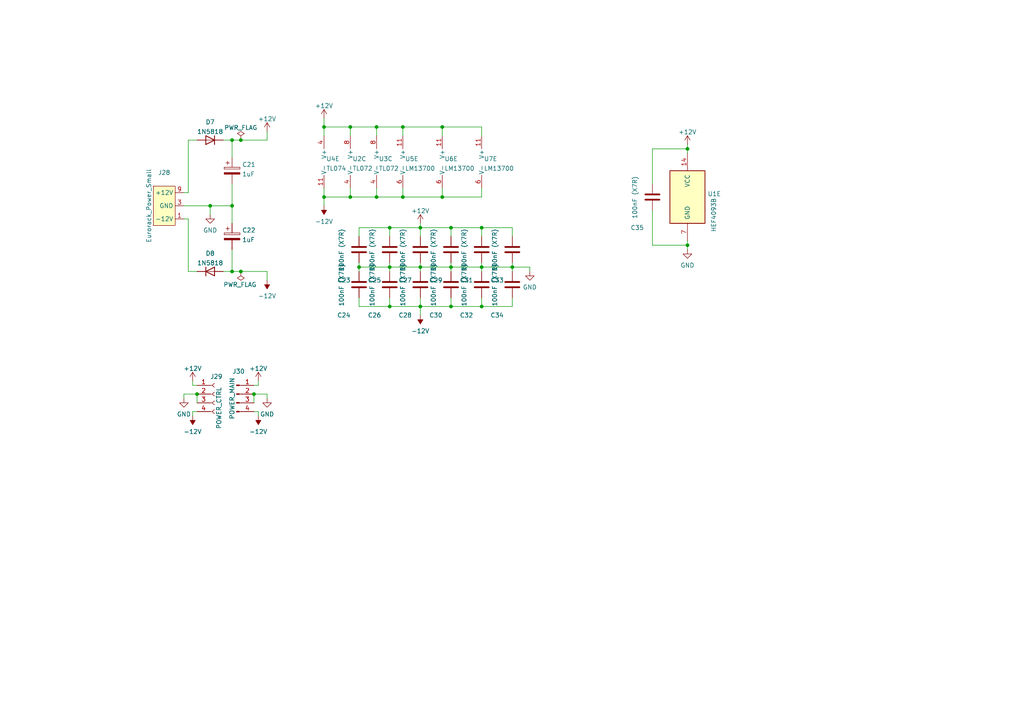
<source format=kicad_sch>
(kicad_sch (version 20211123) (generator eeschema)
  (paper "A4")
  (lib_symbols
    (symbol "4xxx:HEF4093B" (pin_names (offset 1.016))
      (property "Reference" "U" (at 0 1.27 0))
      (property "Value" "HEF4093B" (at 0 -1.27 0))
      (symbol "HEF4093B_1_0"
        (polyline (pts (xy -0.635 -1.27) (xy -0.635 1.27) (xy 0.635 1.27)))
        (polyline (pts (xy -0.635 -1.27) (xy -0.635 1.27) (xy 0.635 1.27)))
        (polyline (pts (xy -1.27 -1.27) (xy 0.635 -1.27) (xy 0.635 1.27) (xy 1.27 1.27)))
        (polyline (pts (xy -1.27 -1.27) (xy 0.635 -1.27) (xy 0.635 1.27) (xy 1.27 1.27)))
      )
      (symbol "HEF4093B_1_1"
        (arc (start 0 -3.81) (mid 3.81 0) (end 0 3.81) (stroke (width 0.254)) (fill (type background)))
        (polyline (pts (xy 0 3.81) (xy -3.81 3.81) (xy -3.81 -3.81) (xy 0 -3.81)) (stroke (width 0.254)) (fill (type background)))
        (pin input line (at -7.62 2.54 0) (length 3.81) (name "~") (number "1"))
        (pin input line (at -7.62 -2.54 0) (length 3.81) (name "~") (number "2"))
        (pin output inverted (at 7.62 0 180) (length 3.81) (name "~") (number "3"))
      )
      (symbol "HEF4093B_1_2"
        (arc (start -3.81 -3.81) (mid -2.589 0) (end -3.81 3.81) (stroke (width 0.254)))
        (arc (start -0.6096 -3.81) (mid 2.1855 -2.584) (end 3.81 0) (stroke (width 0.254)) (fill (type background)))
        (polyline (pts (xy -3.81 -3.81) (xy -0.635 -3.81)) (stroke (width 0.254)) (fill (type background)))
        (polyline (pts (xy -3.81 3.81) (xy -0.635 3.81)) (stroke (width 0.254)) (fill (type background)))
        (polyline (pts (xy -0.635 3.81) (xy -3.81 3.81) (xy -3.81 3.81) (xy -3.556 3.4036) (xy -3.0226 2.2606) (xy -2.6924 1.0414) (xy -2.6162 -0.254) (xy -2.7686 -1.4986) (xy -3.175 -2.7178) (xy -3.81 -3.81) (xy -3.81 -3.81) (xy -0.635 -3.81)) (stroke (width -25.4)) (fill (type background)))
        (arc (start 3.81 0) (mid 2.1928 2.5925) (end -0.6096 3.81) (stroke (width 0.254)) (fill (type background)))
        (pin input inverted (at -7.62 2.54 0) (length 4.318) (name "~") (number "1"))
        (pin input inverted (at -7.62 -2.54 0) (length 4.318) (name "~") (number "2"))
        (pin output line (at 7.62 0 180) (length 3.81) (name "~") (number "3"))
      )
      (symbol "HEF4093B_2_0"
        (polyline (pts (xy -0.635 -1.27) (xy -0.635 1.27) (xy 0.635 1.27)))
        (polyline (pts (xy -0.635 -1.27) (xy -0.635 1.27) (xy 0.635 1.27)))
        (polyline (pts (xy -1.27 -1.27) (xy 0.635 -1.27) (xy 0.635 1.27) (xy 1.27 1.27)))
        (polyline (pts (xy -1.27 -1.27) (xy 0.635 -1.27) (xy 0.635 1.27) (xy 1.27 1.27)))
      )
      (symbol "HEF4093B_2_1"
        (arc (start 0 -3.81) (mid 3.81 0) (end 0 3.81) (stroke (width 0.254)) (fill (type background)))
        (polyline (pts (xy 0 3.81) (xy -3.81 3.81) (xy -3.81 -3.81) (xy 0 -3.81)) (stroke (width 0.254)) (fill (type background)))
        (pin output inverted (at 7.62 0 180) (length 3.81) (name "~") (number "4"))
        (pin input line (at -7.62 2.54 0) (length 3.81) (name "~") (number "5"))
        (pin input line (at -7.62 -2.54 0) (length 3.81) (name "~") (number "6"))
      )
      (symbol "HEF4093B_2_2"
        (arc (start -3.81 -3.81) (mid -2.589 0) (end -3.81 3.81) (stroke (width 0.254)))
        (arc (start -0.6096 -3.81) (mid 2.1855 -2.584) (end 3.81 0) (stroke (width 0.254)) (fill (type background)))
        (polyline (pts (xy -3.81 -3.81) (xy -0.635 -3.81)) (stroke (width 0.254)) (fill (type background)))
        (polyline (pts (xy -3.81 3.81) (xy -0.635 3.81)) (stroke (width 0.254)) (fill (type background)))
        (polyline (pts (xy -0.635 3.81) (xy -3.81 3.81) (xy -3.81 3.81) (xy -3.556 3.4036) (xy -3.0226 2.2606) (xy -2.6924 1.0414) (xy -2.6162 -0.254) (xy -2.7686 -1.4986) (xy -3.175 -2.7178) (xy -3.81 -3.81) (xy -3.81 -3.81) (xy -0.635 -3.81)) (stroke (width -25.4)) (fill (type background)))
        (arc (start 3.81 0) (mid 2.1928 2.5925) (end -0.6096 3.81) (stroke (width 0.254)) (fill (type background)))
        (pin output line (at 7.62 0 180) (length 3.81) (name "~") (number "4"))
        (pin input inverted (at -7.62 2.54 0) (length 4.318) (name "~") (number "5"))
        (pin input inverted (at -7.62 -2.54 0) (length 4.318) (name "~") (number "6"))
      )
      (symbol "HEF4093B_3_0"
        (polyline (pts (xy -0.635 -1.27) (xy -0.635 1.27) (xy 0.635 1.27)))
        (polyline (pts (xy -0.635 -1.27) (xy -0.635 1.27) (xy 0.635 1.27)))
        (polyline (pts (xy -1.27 -1.27) (xy 0.635 -1.27) (xy 0.635 1.27) (xy 1.27 1.27)))
        (polyline (pts (xy -1.27 -1.27) (xy 0.635 -1.27) (xy 0.635 1.27) (xy 1.27 1.27)))
      )
      (symbol "HEF4093B_3_1"
        (arc (start 0 -3.81) (mid 3.81 0) (end 0 3.81) (stroke (width 0.254)) (fill (type background)))
        (polyline (pts (xy 0 3.81) (xy -3.81 3.81) (xy -3.81 -3.81) (xy 0 -3.81)) (stroke (width 0.254)) (fill (type background)))
        (pin output inverted (at 7.62 0 180) (length 3.81) (name "~") (number "10"))
        (pin input line (at -7.62 2.54 0) (length 3.81) (name "~") (number "8"))
        (pin input line (at -7.62 -2.54 0) (length 3.81) (name "~") (number "9"))
      )
      (symbol "HEF4093B_3_2"
        (arc (start -3.81 -3.81) (mid -2.589 0) (end -3.81 3.81) (stroke (width 0.254)))
        (arc (start -0.6096 -3.81) (mid 2.1855 -2.584) (end 3.81 0) (stroke (width 0.254)) (fill (type background)))
        (polyline (pts (xy -3.81 -3.81) (xy -0.635 -3.81)) (stroke (width 0.254)) (fill (type background)))
        (polyline (pts (xy -3.81 3.81) (xy -0.635 3.81)) (stroke (width 0.254)) (fill (type background)))
        (polyline (pts (xy -0.635 3.81) (xy -3.81 3.81) (xy -3.81 3.81) (xy -3.556 3.4036) (xy -3.0226 2.2606) (xy -2.6924 1.0414) (xy -2.6162 -0.254) (xy -2.7686 -1.4986) (xy -3.175 -2.7178) (xy -3.81 -3.81) (xy -3.81 -3.81) (xy -0.635 -3.81)) (stroke (width -25.4)) (fill (type background)))
        (arc (start 3.81 0) (mid 2.1928 2.5925) (end -0.6096 3.81) (stroke (width 0.254)) (fill (type background)))
        (pin output line (at 7.62 0 180) (length 3.81) (name "~") (number "10"))
        (pin input inverted (at -7.62 2.54 0) (length 4.318) (name "~") (number "8"))
        (pin input inverted (at -7.62 -2.54 0) (length 4.318) (name "~") (number "9"))
      )
      (symbol "HEF4093B_4_0"
        (polyline (pts (xy -0.635 -1.27) (xy -0.635 1.27) (xy 0.635 1.27)))
        (polyline (pts (xy -0.635 -1.27) (xy -0.635 1.27) (xy 0.635 1.27)))
        (polyline (pts (xy -1.27 -1.27) (xy 0.635 -1.27) (xy 0.635 1.27) (xy 1.27 1.27)))
        (polyline (pts (xy -1.27 -1.27) (xy 0.635 -1.27) (xy 0.635 1.27) (xy 1.27 1.27)))
      )
      (symbol "HEF4093B_4_1"
        (arc (start 0 -3.81) (mid 3.81 0) (end 0 3.81) (stroke (width 0.254)) (fill (type background)))
        (polyline (pts (xy 0 3.81) (xy -3.81 3.81) (xy -3.81 -3.81) (xy 0 -3.81)) (stroke (width 0.254)) (fill (type background)))
        (pin output inverted (at 7.62 0 180) (length 3.81) (name "~") (number "11"))
        (pin input line (at -7.62 2.54 0) (length 3.81) (name "~") (number "12"))
        (pin input line (at -7.62 -2.54 0) (length 3.81) (name "~") (number "13"))
      )
      (symbol "HEF4093B_4_2"
        (arc (start -3.81 -3.81) (mid -2.589 0) (end -3.81 3.81) (stroke (width 0.254)))
        (arc (start -0.6096 -3.81) (mid 2.1855 -2.584) (end 3.81 0) (stroke (width 0.254)) (fill (type background)))
        (polyline (pts (xy -3.81 -3.81) (xy -0.635 -3.81)) (stroke (width 0.254)) (fill (type background)))
        (polyline (pts (xy -3.81 3.81) (xy -0.635 3.81)) (stroke (width 0.254)) (fill (type background)))
        (polyline (pts (xy -0.635 3.81) (xy -3.81 3.81) (xy -3.81 3.81) (xy -3.556 3.4036) (xy -3.0226 2.2606) (xy -2.6924 1.0414) (xy -2.6162 -0.254) (xy -2.7686 -1.4986) (xy -3.175 -2.7178) (xy -3.81 -3.81) (xy -3.81 -3.81) (xy -0.635 -3.81)) (stroke (width -25.4)) (fill (type background)))
        (arc (start 3.81 0) (mid 2.1928 2.5925) (end -0.6096 3.81) (stroke (width 0.254)) (fill (type background)))
        (pin output line (at 7.62 0 180) (length 3.81) (name "~") (number "11"))
        (pin input inverted (at -7.62 2.54 0) (length 4.318) (name "~") (number "12"))
        (pin input inverted (at -7.62 -2.54 0) (length 4.318) (name "~") (number "13"))
      )
      (symbol "HEF4093B_5_0"
        (pin power_in line (at 0 12.7 270) (length 5.08) (name "VCC") (number "14"))
        (pin power_in line (at 0 -12.7 90) (length 5.08) (name "GND") (number "7"))
      )
      (symbol "HEF4093B_5_1"
        (rectangle (start -5.08 7.62) (end 5.08 -7.62) (stroke (width 0.254)) (fill (type background)))
      )
    )
    (symbol "Amplifier_Operational:LM13700" (pin_names (offset 0.127))
      (property "Reference" "U" (at 3.81 5.08 0))
      (property "Value" "LM13700" (at 5.08 -5.08 0))
      (symbol "LM13700_1_1"
        (polyline (pts (xy 3.81 -0.635) (xy 3.81 -2.54) (xy 5.08 -2.54)))
        (polyline (pts (xy 5.08 0) (xy -5.08 -5.08) (xy -5.08 5.08) (xy 5.08 0)) (stroke (width 0.254)) (fill (type background)))
        (pin output line (at 7.62 0 180) (length 2.54) (name "~") (number "12"))
        (pin input line (at -7.62 2.54 0) (length 2.54) (name "-") (number "13"))
        (pin input line (at -7.62 -2.54 0) (length 2.54) (name "+") (number "14"))
        (pin input line (at -7.62 0 0) (length 2.54) (name "DIODE_BIAS") (number "15"))
        (pin input line (at 7.62 -2.54 180) (length 2.54) (name "~") (number "16"))
      )
      (symbol "LM13700_2_0"
        (polyline (pts (xy -1.905 2.54) (xy -3.175 2.54)))
      )
      (symbol "LM13700_2_1"
        (circle (center -2.54 1.905) (radius 0.254) (stroke (width 0.254)) (fill (type outline)))
        (polyline (pts (xy -3.81 -0.635) (xy -2.54 -1.27)))
        (polyline (pts (xy -3.81 1.27) (xy -3.81 -1.27)))
        (polyline (pts (xy -2.54 -1.905) (xy -1.27 -2.54)))
        (polyline (pts (xy -2.54 0) (xy -2.54 -2.54)))
        (polyline (pts (xy -3.81 0.635) (xy -2.54 1.27) (xy -2.54 1.905) (xy -2.54 2.54)))
        (polyline (pts (xy -2.54 -1.27) (xy -3.175 -0.635) (xy -3.175 -1.27) (xy -2.54 -1.27)) (fill (type outline)))
        (polyline (pts (xy -2.54 -0.635) (xy -1.27 0) (xy -1.27 1.905) (xy -2.54 1.905)))
        (polyline (pts (xy -1.27 -2.54) (xy -1.905 -1.905) (xy -1.905 -2.54) (xy -1.27 -2.54)) (fill (type outline)))
        (text "V+" (at -2.54 3.81 0) (effects (font (size 1.27 1.27))))
        (pin input line (at -7.62 0 0) (length 3.81) (name "~") (number "10"))
        (pin output line (at 2.54 -2.54 180) (length 3.81) (name "~") (number "9"))
      )
      (symbol "LM13700_3_1"
        (polyline (pts (xy 3.81 -0.635) (xy 3.81 -2.54) (xy 5.08 -2.54)))
        (polyline (pts (xy 5.08 0) (xy -5.08 -5.08) (xy -5.08 5.08) (xy 5.08 0)) (stroke (width 0.254)) (fill (type background)))
        (pin input line (at 7.62 -2.54 180) (length 2.54) (name "~") (number "1"))
        (pin input line (at -7.62 0 0) (length 2.54) (name "DIODE_BIAS") (number "2"))
        (pin input line (at -7.62 -2.54 0) (length 2.54) (name "+") (number "3"))
        (pin input line (at -7.62 2.54 0) (length 2.54) (name "-") (number "4"))
        (pin output line (at 7.62 0 180) (length 2.54) (name "~") (number "5"))
      )
      (symbol "LM13700_4_0"
        (polyline (pts (xy -3.175 2.54) (xy -1.905 2.54)))
        (text "V+" (at -2.54 3.81 0) (effects (font (size 1.27 1.27))))
      )
      (symbol "LM13700_4_1"
        (circle (center -2.54 1.905) (radius 0.254) (stroke (width 0.254)) (fill (type outline)))
        (polyline (pts (xy -3.81 -0.635) (xy -2.54 -1.27)))
        (polyline (pts (xy -3.81 1.27) (xy -3.81 -1.27)))
        (polyline (pts (xy -2.54 -1.905) (xy -1.27 -2.54)))
        (polyline (pts (xy -2.54 0) (xy -2.54 -2.54)))
        (polyline (pts (xy -3.81 0.635) (xy -2.54 1.27) (xy -2.54 2.54)))
        (polyline (pts (xy -2.54 -1.27) (xy -3.175 -0.635) (xy -3.175 -1.27) (xy -2.54 -1.27)) (fill (type outline)))
        (polyline (pts (xy -2.54 -0.635) (xy -1.27 0) (xy -1.27 1.905) (xy -2.54 1.905)))
        (polyline (pts (xy -1.27 -2.54) (xy -1.905 -1.905) (xy -1.905 -2.54) (xy -1.27 -2.54)) (fill (type outline)))
        (pin input line (at -7.62 0 0) (length 3.81) (name "~") (number "7"))
        (pin output line (at 2.54 -2.54 180) (length 3.81) (name "~") (number "8"))
      )
      (symbol "LM13700_5_1"
        (pin power_in line (at -2.54 7.62 270) (length 3.81) (name "V+") (number "11"))
        (pin power_in line (at -2.54 -7.62 90) (length 3.81) (name "V-") (number "6"))
      )
    )
    (symbol "Amplifier_Operational:TL072" (pin_names (offset 0.127))
      (property "Reference" "U" (at 0 5.08 0))
      (property "Value" "TL072" (at 0 -5.08 0))
      (symbol "TL072_1_1"
        (polyline (pts (xy -5.08 5.08) (xy 5.08 0) (xy -5.08 -5.08) (xy -5.08 5.08)) (stroke (width 0.254)) (fill (type background)))
        (pin output line (at 7.62 0 180) (length 2.54) (name "~") (number "1"))
        (pin input line (at -7.62 -2.54 0) (length 2.54) (name "-") (number "2"))
        (pin input line (at -7.62 2.54 0) (length 2.54) (name "+") (number "3"))
      )
      (symbol "TL072_2_1"
        (polyline (pts (xy -5.08 5.08) (xy 5.08 0) (xy -5.08 -5.08) (xy -5.08 5.08)) (stroke (width 0.254)) (fill (type background)))
        (pin input line (at -7.62 2.54 0) (length 2.54) (name "+") (number "5"))
        (pin input line (at -7.62 -2.54 0) (length 2.54) (name "-") (number "6"))
        (pin output line (at 7.62 0 180) (length 2.54) (name "~") (number "7"))
      )
      (symbol "TL072_3_1"
        (pin power_in line (at -2.54 -7.62 90) (length 3.81) (name "V-") (number "4"))
        (pin power_in line (at -2.54 7.62 270) (length 3.81) (name "V+") (number "8"))
      )
    )
    (symbol "Amplifier_Operational:TL074" (pin_names (offset 0.127))
      (property "Reference" "U" (at 0 5.08 0))
      (property "Value" "TL074" (at 0 -5.08 0))
      (symbol "TL074_1_1"
        (polyline (pts (xy -5.08 5.08) (xy 5.08 0) (xy -5.08 -5.08) (xy -5.08 5.08)) (stroke (width 0.254)) (fill (type background)))
        (pin output line (at 7.62 0 180) (length 2.54) (name "~") (number "1"))
        (pin input line (at -7.62 -2.54 0) (length 2.54) (name "-") (number "2"))
        (pin input line (at -7.62 2.54 0) (length 2.54) (name "+") (number "3"))
      )
      (symbol "TL074_2_1"
        (polyline (pts (xy -5.08 5.08) (xy 5.08 0) (xy -5.08 -5.08) (xy -5.08 5.08)) (stroke (width 0.254)) (fill (type background)))
        (pin input line (at -7.62 2.54 0) (length 2.54) (name "+") (number "5"))
        (pin input line (at -7.62 -2.54 0) (length 2.54) (name "-") (number "6"))
        (pin output line (at 7.62 0 180) (length 2.54) (name "~") (number "7"))
      )
      (symbol "TL074_3_1"
        (polyline (pts (xy -5.08 5.08) (xy 5.08 0) (xy -5.08 -5.08) (xy -5.08 5.08)) (stroke (width 0.254)) (fill (type background)))
        (pin input line (at -7.62 2.54 0) (length 2.54) (name "+") (number "10"))
        (pin output line (at 7.62 0 180) (length 2.54) (name "~") (number "8"))
        (pin input line (at -7.62 -2.54 0) (length 2.54) (name "-") (number "9"))
      )
      (symbol "TL074_4_1"
        (polyline (pts (xy -5.08 5.08) (xy 5.08 0) (xy -5.08 -5.08) (xy -5.08 5.08)) (stroke (width 0.254)) (fill (type background)))
        (pin input line (at -7.62 2.54 0) (length 2.54) (name "+") (number "12"))
        (pin input line (at -7.62 -2.54 0) (length 2.54) (name "-") (number "13"))
        (pin output line (at 7.62 0 180) (length 2.54) (name "~") (number "14"))
      )
      (symbol "TL074_5_1"
        (pin power_in line (at -2.54 -7.62 90) (length 3.81) (name "V-") (number "11"))
        (pin power_in line (at -2.54 7.62 270) (length 3.81) (name "V+") (number "4"))
      )
    )
    (symbol "Connector:Conn_01x04_Female" (pin_names (offset 1.016) hide)
      (property "Reference" "J" (at 0 5.08 0))
      (property "Value" "Conn_01x04_Female" (at 0 -7.62 0))
      (symbol "Conn_01x04_Female_1_1"
        (arc (start 0 -4.572) (mid -0.508 -5.08) (end 0 -5.588) (stroke (width 0.1524)))
        (arc (start 0 -2.032) (mid -0.508 -2.54) (end 0 -3.048) (stroke (width 0.1524)))
        (polyline (pts (xy -1.27 -5.08) (xy -0.508 -5.08)) (stroke (width 0.1524)))
        (polyline (pts (xy -1.27 -2.54) (xy -0.508 -2.54)) (stroke (width 0.1524)))
        (polyline (pts (xy -1.27 0) (xy -0.508 0)) (stroke (width 0.1524)))
        (polyline (pts (xy -1.27 2.54) (xy -0.508 2.54)) (stroke (width 0.1524)))
        (arc (start 0 0.508) (mid -0.508 0) (end 0 -0.508) (stroke (width 0.1524)))
        (arc (start 0 3.048) (mid -0.508 2.54) (end 0 2.032) (stroke (width 0.1524)))
        (pin passive line (at -5.08 2.54 0) (length 3.81) (name "Pin_1") (number "1"))
        (pin passive line (at -5.08 0 0) (length 3.81) (name "Pin_2") (number "2"))
        (pin passive line (at -5.08 -2.54 0) (length 3.81) (name "Pin_3") (number "3"))
        (pin passive line (at -5.08 -5.08 0) (length 3.81) (name "Pin_4") (number "4"))
      )
    )
    (symbol "Connector:Conn_01x04_Male" (pin_names (offset 1.016) hide)
      (property "Reference" "J" (at 0 5.08 0))
      (property "Value" "Conn_01x04_Male" (at 0 -7.62 0))
      (symbol "Conn_01x04_Male_1_1"
        (polyline (pts (xy 1.27 -5.08) (xy 0.8636 -5.08)) (stroke (width 0.1524)))
        (polyline (pts (xy 1.27 -2.54) (xy 0.8636 -2.54)) (stroke (width 0.1524)))
        (polyline (pts (xy 1.27 0) (xy 0.8636 0)) (stroke (width 0.1524)))
        (polyline (pts (xy 1.27 2.54) (xy 0.8636 2.54)) (stroke (width 0.1524)))
        (rectangle (start 0.8636 -4.953) (end 0 -5.207) (stroke (width 0.1524)) (fill (type outline)))
        (rectangle (start 0.8636 -2.413) (end 0 -2.667) (stroke (width 0.1524)) (fill (type outline)))
        (rectangle (start 0.8636 0.127) (end 0 -0.127) (stroke (width 0.1524)) (fill (type outline)))
        (rectangle (start 0.8636 2.667) (end 0 2.413) (stroke (width 0.1524)) (fill (type outline)))
        (pin passive line (at 5.08 2.54 180) (length 3.81) (name "Pin_1") (number "1"))
        (pin passive line (at 5.08 0 180) (length 3.81) (name "Pin_2") (number "2"))
        (pin passive line (at 5.08 -2.54 180) (length 3.81) (name "Pin_3") (number "3"))
        (pin passive line (at 5.08 -5.08 180) (length 3.81) (name "Pin_4") (number "4"))
      )
    )
    (symbol "Device:C" (pin_numbers hide) (pin_names (offset 0.254))
      (property "Reference" "C" (at 0.635 2.54 0))
      (property "Value" "C" (at 0.635 -2.54 0))
      (symbol "C_0_1"
        (polyline (pts (xy -2.032 -0.762) (xy 2.032 -0.762)) (stroke (width 0.508)))
        (polyline (pts (xy -2.032 0.762) (xy 2.032 0.762)) (stroke (width 0.508)))
      )
      (symbol "C_1_1"
        (pin passive line (at 0 3.81 270) (length 2.794) (name "~") (number "1"))
        (pin passive line (at 0 -3.81 90) (length 2.794) (name "~") (number "2"))
      )
    )
    (symbol "Device:C_Polarized" (pin_numbers hide) (pin_names (offset 0.254))
      (property "Reference" "C" (at 0.635 2.54 0))
      (property "Value" "C_Polarized" (at 0.635 -2.54 0))
      (symbol "C_Polarized_0_1"
        (rectangle (start -2.286 0.508) (end 2.286 1.016))
        (polyline (pts (xy -1.778 2.286) (xy -0.762 2.286)))
        (polyline (pts (xy -1.27 2.794) (xy -1.27 1.778)))
        (rectangle (start 2.286 -0.508) (end -2.286 -1.016) (fill (type outline)))
      )
      (symbol "C_Polarized_1_1"
        (pin passive line (at 0 3.81 270) (length 2.794) (name "~") (number "1"))
        (pin passive line (at 0 -3.81 90) (length 2.794) (name "~") (number "2"))
      )
    )
    (symbol "Device:D" (pin_numbers hide) (pin_names (offset 1.016) hide)
      (property "Reference" "D" (at 0 2.54 0))
      (property "Value" "D" (at 0 -2.54 0))
      (symbol "D_0_1"
        (polyline (pts (xy -1.27 1.27) (xy -1.27 -1.27)) (stroke (width 0.254)))
        (polyline (pts (xy 1.27 0) (xy -1.27 0)))
        (polyline (pts (xy 1.27 1.27) (xy 1.27 -1.27) (xy -1.27 0) (xy 1.27 1.27)) (stroke (width 0.254)))
      )
      (symbol "D_1_1"
        (pin passive line (at -3.81 0 0) (length 2.54) (name "K") (number "1"))
        (pin passive line (at 3.81 0 180) (length 2.54) (name "A") (number "2"))
      )
    )
    (symbol "Eurorack_Hardware:Eurorack_Power_Small"
      (property "Reference" "J" (at 0 6.985 0))
      (property "Value" "Eurorack_Power_Small" (at 0 -6.985 0))
      (symbol "Eurorack_Power_Small_0_1"
        (rectangle (start -2.54 5.715) (end 3.81 -5.715) (stroke (width 0.1524)) (fill (type background)))
      )
      (symbol "Eurorack_Power_Small_1_1"
        (pin power_out line (at 6.35 -3.81 180) (length 2.54) (name "-12V") (number "1"))
        (pin passive line (at 6.35 3.81 180) (length 2.54) hide (name "+12V") (number "10"))
        (pin passive line (at 6.35 -3.81 180) (length 2.54) hide (name "-12V") (number "2"))
        (pin power_out line (at 6.35 0 180) (length 2.54) (name "GND") (number "3"))
        (pin passive line (at 6.35 0 180) (length 2.54) hide (name "GND") (number "4"))
        (pin passive line (at 6.35 0 180) (length 2.54) hide (name "GND") (number "5"))
        (pin passive line (at 6.35 0 180) (length 2.54) hide (name "GND") (number "6"))
        (pin passive line (at 6.35 0 180) (length 2.54) hide (name "GND") (number "7"))
        (pin passive line (at 6.35 0 180) (length 2.54) hide (name "GND") (number "8"))
        (pin power_out line (at 6.35 3.81 180) (length 2.54) (name "+12V") (number "9"))
      )
    )
    (symbol "power:+12V" (power) (pin_names (offset 0))
      (property "Value" "+12V" (at 0 3.556 0))
      (symbol "+12V_0_1"
        (polyline (pts (xy -0.762 1.27) (xy 0 2.54)))
        (polyline (pts (xy 0 0) (xy 0 2.54)))
        (polyline (pts (xy 0 2.54) (xy 0.762 1.27)))
      )
      (symbol "+12V_1_1"
        (pin power_in line (at 0 0 90) (length 0) hide (name "+12V") (number "1"))
      )
    )
    (symbol "power:-12V" (power) (pin_names (offset 0))
      (property "Value" "-12V" (at 0 3.81 0))
      (symbol "-12V_0_0"
        (pin power_in line (at 0 0 90) (length 0) hide (name "-12V") (number "1"))
      )
      (symbol "-12V_0_1"
        (polyline (pts (xy 0 0) (xy 0 1.27) (xy 0.762 1.27) (xy 0 2.54) (xy -0.762 1.27) (xy 0 1.27)) (fill (type outline)))
      )
    )
    (symbol "power:GND" (power) (pin_names (offset 0))
      (property "Value" "GND" (at 0 -3.81 0))
      (symbol "GND_0_1"
        (polyline (pts (xy 0 0) (xy 0 -1.27) (xy 1.27 -1.27) (xy 0 -2.54) (xy -1.27 -1.27) (xy 0 -1.27)))
      )
      (symbol "GND_1_1"
        (pin power_in line (at 0 0 270) (length 0) hide (name "GND") (number "1"))
      )
    )
    (symbol "power:PWR_FLAG" (power) (pin_numbers hide) (pin_names (offset 0) hide)
      (property "Value" "PWR_FLAG" (at 0 3.81 0))
      (symbol "PWR_FLAG_0_0"
        (pin power_out line (at 0 0 90) (length 0) (name "pwr") (number "1"))
      )
      (symbol "PWR_FLAG_0_1"
        (polyline (pts (xy 0 0) (xy 0 1.27) (xy -1.016 1.905) (xy 0 2.54) (xy 1.016 1.905) (xy 0 1.27)))
      )
    )
  )
  (junction (at 199.39 43.18))
  (junction (at 57.15 114.3))
  (junction (at 139.7 77.47))
  (junction (at 116.84 57.15))
  (junction (at 116.84 36.83))
  (junction (at 93.98 57.15))
  (junction (at 113.03 66.04))
  (junction (at 93.98 36.83))
  (junction (at 130.81 88.9))
  (junction (at 109.22 36.83))
  (junction (at 130.81 77.47))
  (junction (at 199.39 71.12))
  (junction (at 113.03 88.9))
  (junction (at 121.92 88.9))
  (junction (at 67.31 78.74))
  (junction (at 60.96 59.69))
  (junction (at 128.27 57.15))
  (junction (at 121.92 77.47))
  (junction (at 121.92 66.04))
  (junction (at 101.6 36.83))
  (junction (at 113.03 77.47))
  (junction (at 139.7 88.9))
  (junction (at 73.66 114.3))
  (junction (at 109.22 57.15))
  (junction (at 130.81 66.04))
  (junction (at 148.59 77.47))
  (junction (at 67.31 40.64))
  (junction (at 104.14 77.47))
  (junction (at 69.85 40.64))
  (junction (at 69.85 78.74))
  (junction (at 67.31 59.69))
  (junction (at 139.7 66.04))
  (junction (at 128.27 36.83))
  (junction (at 101.6 57.15))
  (wire (pts (xy 104.14 68.58) (xy 104.14 66.04)))
  (wire (pts (xy 109.22 54.61) (xy 109.22 57.15)))
  (wire (pts (xy 77.47 78.74) (xy 77.47 81.28)))
  (wire (pts (xy 121.92 66.04) (xy 130.81 66.04)))
  (wire (pts (xy 139.7 77.47) (xy 139.7 78.74)))
  (wire (pts (xy 199.39 43.18) (xy 189.23 43.18)))
  (wire (pts (xy 67.31 40.64) (xy 69.85 40.64)))
  (wire (pts (xy 139.7 39.37) (xy 139.7 36.83)))
  (wire (pts (xy 69.85 40.64) (xy 77.47 40.64)))
  (wire (pts (xy 67.31 78.74) (xy 69.85 78.74)))
  (wire (pts (xy 57.15 119.38) (xy 55.88 119.38)))
  (wire (pts (xy 54.61 40.64) (xy 54.61 55.88)))
  (wire (pts (xy 93.98 57.15) (xy 93.98 54.61)))
  (wire (pts (xy 55.88 110.49) (xy 55.88 111.76)))
  (wire (pts (xy 199.39 69.85) (xy 199.39 71.12)))
  (wire (pts (xy 109.22 57.15) (xy 101.6 57.15)))
  (wire (pts (xy 116.84 36.83) (xy 109.22 36.83)))
  (wire (pts (xy 139.7 88.9) (xy 148.59 88.9)))
  (wire (pts (xy 104.14 77.47) (xy 104.14 78.74)))
  (wire (pts (xy 113.03 76.2) (xy 113.03 77.47)))
  (wire (pts (xy 113.03 77.47) (xy 113.03 78.74)))
  (wire (pts (xy 148.59 77.47) (xy 153.67 77.47)))
  (wire (pts (xy 53.34 55.88) (xy 54.61 55.88)))
  (wire (pts (xy 199.39 41.91) (xy 199.39 43.18)))
  (wire (pts (xy 77.47 38.1) (xy 77.47 40.64)))
  (wire (pts (xy 109.22 36.83) (xy 101.6 36.83)))
  (wire (pts (xy 128.27 36.83) (xy 128.27 39.37)))
  (wire (pts (xy 53.34 63.5) (xy 54.61 63.5)))
  (wire (pts (xy 74.93 119.38) (xy 74.93 120.65)))
  (wire (pts (xy 139.7 66.04) (xy 148.59 66.04)))
  (wire (pts (xy 113.03 86.36) (xy 113.03 88.9)))
  (wire (pts (xy 139.7 54.61) (xy 139.7 57.15)))
  (wire (pts (xy 153.67 77.47) (xy 153.67 78.74)))
  (wire (pts (xy 130.81 66.04) (xy 139.7 66.04)))
  (wire (pts (xy 128.27 54.61) (xy 128.27 57.15)))
  (wire (pts (xy 130.81 66.04) (xy 130.81 68.58)))
  (wire (pts (xy 73.66 119.38) (xy 74.93 119.38)))
  (wire (pts (xy 139.7 76.2) (xy 139.7 77.47)))
  (wire (pts (xy 73.66 114.3) (xy 73.66 116.84)))
  (wire (pts (xy 139.7 66.04) (xy 139.7 68.58)))
  (wire (pts (xy 104.14 86.36) (xy 104.14 88.9)))
  (wire (pts (xy 189.23 43.18) (xy 189.23 53.34)))
  (wire (pts (xy 101.6 57.15) (xy 93.98 57.15)))
  (wire (pts (xy 67.31 59.69) (xy 67.31 64.77)))
  (wire (pts (xy 109.22 36.83) (xy 109.22 39.37)))
  (wire (pts (xy 54.61 78.74) (xy 57.15 78.74)))
  (wire (pts (xy 101.6 36.83) (xy 101.6 39.37)))
  (wire (pts (xy 53.34 59.69) (xy 60.96 59.69)))
  (wire (pts (xy 77.47 114.3) (xy 73.66 114.3)))
  (wire (pts (xy 130.81 88.9) (xy 139.7 88.9)))
  (wire (pts (xy 116.84 54.61) (xy 116.84 57.15)))
  (wire (pts (xy 128.27 57.15) (xy 116.84 57.15)))
  (wire (pts (xy 53.34 114.3) (xy 57.15 114.3)))
  (wire (pts (xy 60.96 59.69) (xy 67.31 59.69)))
  (wire (pts (xy 199.39 71.12) (xy 199.39 72.39)))
  (wire (pts (xy 121.92 86.36) (xy 121.92 88.9)))
  (wire (pts (xy 60.96 59.69) (xy 60.96 62.23)))
  (wire (pts (xy 148.59 66.04) (xy 148.59 68.58)))
  (wire (pts (xy 139.7 86.36) (xy 139.7 88.9)))
  (wire (pts (xy 64.77 78.74) (xy 67.31 78.74)))
  (wire (pts (xy 93.98 57.15) (xy 93.98 59.69)))
  (wire (pts (xy 64.77 40.64) (xy 67.31 40.64)))
  (wire (pts (xy 113.03 88.9) (xy 121.92 88.9)))
  (wire (pts (xy 104.14 77.47) (xy 113.03 77.47)))
  (wire (pts (xy 104.14 76.2) (xy 104.14 77.47)))
  (wire (pts (xy 113.03 77.47) (xy 121.92 77.47)))
  (wire (pts (xy 121.92 88.9) (xy 130.81 88.9)))
  (wire (pts (xy 121.92 76.2) (xy 121.92 77.47)))
  (wire (pts (xy 53.34 115.57) (xy 53.34 114.3)))
  (wire (pts (xy 69.85 78.74) (xy 77.47 78.74)))
  (wire (pts (xy 121.92 77.47) (xy 121.92 78.74)))
  (wire (pts (xy 148.59 88.9) (xy 148.59 86.36)))
  (wire (pts (xy 139.7 36.83) (xy 128.27 36.83)))
  (wire (pts (xy 67.31 53.34) (xy 67.31 59.69)))
  (wire (pts (xy 130.81 86.36) (xy 130.81 88.9)))
  (wire (pts (xy 121.92 77.47) (xy 130.81 77.47)))
  (wire (pts (xy 73.66 111.76) (xy 74.93 111.76)))
  (wire (pts (xy 189.23 71.12) (xy 199.39 71.12)))
  (wire (pts (xy 74.93 111.76) (xy 74.93 110.49)))
  (wire (pts (xy 55.88 111.76) (xy 57.15 111.76)))
  (wire (pts (xy 139.7 57.15) (xy 128.27 57.15)))
  (wire (pts (xy 121.92 88.9) (xy 121.92 91.44)))
  (wire (pts (xy 121.92 66.04) (xy 121.92 68.58)))
  (wire (pts (xy 67.31 72.39) (xy 67.31 78.74)))
  (wire (pts (xy 189.23 60.96) (xy 189.23 71.12)))
  (wire (pts (xy 148.59 76.2) (xy 148.59 77.47)))
  (wire (pts (xy 130.81 76.2) (xy 130.81 77.47)))
  (wire (pts (xy 116.84 36.83) (xy 116.84 39.37)))
  (wire (pts (xy 104.14 66.04) (xy 113.03 66.04)))
  (wire (pts (xy 54.61 63.5) (xy 54.61 78.74)))
  (wire (pts (xy 54.61 40.64) (xy 57.15 40.64)))
  (wire (pts (xy 57.15 114.3) (xy 57.15 116.84)))
  (wire (pts (xy 130.81 77.47) (xy 139.7 77.47)))
  (wire (pts (xy 67.31 40.64) (xy 67.31 45.72)))
  (wire (pts (xy 104.14 88.9) (xy 113.03 88.9)))
  (wire (pts (xy 116.84 57.15) (xy 109.22 57.15)))
  (wire (pts (xy 130.81 77.47) (xy 130.81 78.74)))
  (wire (pts (xy 199.39 43.18) (xy 199.39 44.45)))
  (wire (pts (xy 113.03 66.04) (xy 121.92 66.04)))
  (wire (pts (xy 101.6 36.83) (xy 93.98 36.83)))
  (wire (pts (xy 93.98 34.29) (xy 93.98 36.83)))
  (wire (pts (xy 128.27 36.83) (xy 116.84 36.83)))
  (wire (pts (xy 148.59 77.47) (xy 148.59 78.74)))
  (wire (pts (xy 121.92 64.77) (xy 121.92 66.04)))
  (wire (pts (xy 113.03 66.04) (xy 113.03 68.58)))
  (wire (pts (xy 55.88 119.38) (xy 55.88 120.65)))
  (wire (pts (xy 101.6 54.61) (xy 101.6 57.15)))
  (wire (pts (xy 77.47 115.57) (xy 77.47 114.3)))
  (wire (pts (xy 93.98 36.83) (xy 93.98 39.37)))
  (wire (pts (xy 139.7 77.47) (xy 148.59 77.47)))
  (symbol (lib_id "power:GND") (at 77.47 115.57 0) (unit 1)
    (property "Reference" "#PWR0105" (effects hide))
    (property "Value" "GND" (at 77.47 120.1325 0))
  )
  (symbol (lib_id "power:GND") (at 199.39 72.39 0) (unit 1)
    (property "Reference" "#PWR096" (effects hide))
    (property "Value" "GND" (at 199.39 76.9525 0))
  )
  (symbol (lib_id "Device:C_Polarized") (at 67.31 68.58 0) (unit 1)
    (property "Reference" "C22" (at 70.231 66.7825 0) (effects (justify left)))
    (property "Value" "1uF" (at 70.231 69.5576 0) (effects (justify left)))
    (property "Footprint" "Capacitor_THT:CP_Radial_D5.0mm_P2.50mm" (effects hide))
  )
  (symbol (lib_id "Device:C") (at 113.03 72.39 0) (unit 1)
    (property "Reference" "C25" (at 106.68 81.28 0) (effects (justify left)))
    (property "Value" "100nF (X7R)" (at 107.95 78.74 90) (effects (justify left)))
    (property "Footprint" "Rumblesan_Footprints:C_Rect_L7.0mm_W3.5mm_P5.00mm" (effects hide))
  )
  (symbol (lib_id "Device:C") (at 121.92 72.39 0) (unit 1)
    (property "Reference" "C27" (at 115.57 81.28 0) (effects (justify left)))
    (property "Value" "100nF (X7R)" (at 116.84 78.74 90) (effects (justify left)))
    (property "Footprint" "Rumblesan_Footprints:C_Rect_L7.0mm_W3.5mm_P5.00mm" (effects hide))
  )
  (symbol (lib_id "Amplifier_Operational:TL072") (at 111.76 46.99 0) (unit 3)
    (property "Reference" "U3" (at 109.855 46.0815 0) (effects (justify left)))
    (property "Value" "TL072" (at 109.855 48.8566 0) (effects (justify left)))
    (property "Footprint" "Package_DIP:DIP-8_W7.62mm_LongPads" (effects hide))
    (property "Datasheet" "http://www.ti.com/lit/ds/symlink/tl071.pdf" (effects hide))
  )
  (symbol (lib_id "power:GND") (at 153.67 78.74 0) (unit 1)
    (property "Reference" "#PWR094" (effects hide))
    (property "Value" "GND" (at 153.67 83.3025 0))
  )
  (symbol (lib_id "Device:D") (at 60.96 78.74 0) (unit 1)
    (property "Reference" "D8" (at 60.96 73.5035 0))
    (property "Value" "1N5818" (at 60.96 76.2786 0))
    (property "Footprint" "Rumblesan_Footprints:D_DO-35_SOD27_P7.62mm_Horizontal" (effects hide))
  )
  (symbol (lib_id "power:-12V") (at 74.93 120.65 180) (unit 1)
    (property "Reference" "#PWR0106" (effects hide))
    (property "Value" "-12V" (at 74.93 125.2125 0))
  )
  (symbol (lib_id "power:+12V") (at 55.88 110.49 0) (unit 1)
    (property "Reference" "#PWR0101" (effects hide))
    (property "Value" "+12V" (at 55.88 106.8855 0))
  )
  (symbol (lib_id "power:+12V") (at 93.98 34.29 0) (unit 1)
    (property "Reference" "#PWR090" (effects hide))
    (property "Value" "+12V" (at 93.98 30.6855 0))
  )
  (symbol (lib_id "power:PWR_FLAG") (at 69.85 78.74 180) (unit 1)
    (property "Reference" "#FLG02" (effects hide))
    (property "Value" "PWR_FLAG" (at 64.77 82.55 0) (effects (justify right)))
  )
  (symbol (lib_id "Device:C") (at 148.59 82.55 0) (unit 1)
    (property "Reference" "C34" (at 142.24 91.44 0) (effects (justify left)))
    (property "Value" "100nF (X7R)" (at 143.51 88.9 90) (effects (justify left)))
    (property "Footprint" "Rumblesan_Footprints:C_Rect_L7.0mm_W3.5mm_P5.00mm" (effects hide))
  )
  (symbol (lib_id "Eurorack_Hardware:Eurorack_Power_Small") (at 46.99 59.69 0) (unit 1)
    (property "Reference" "J28" (at 47.625 50.0593 0))
    (property "Value" "Eurorack_Power_Small" (at 43.18 59.69 90))
    (property "Footprint" "EurorackBasics:Eurorack_PowerHeader_2x05_P2.54mm_Shrouded" (effects hide))
  )
  (symbol (lib_id "power:GND") (at 60.96 62.23 0) (unit 1)
    (property "Reference" "#PWR087" (effects hide))
    (property "Value" "GND" (at 60.96 66.7925 0))
  )
  (symbol (lib_id "Connector:Conn_01x04_Female") (at 62.23 114.3 0) (unit 1)
    (property "Reference" "J29" (at 60.96 109.22 0) (effects (justify left)))
    (property "Value" "POWER_CTRL" (at 63.5 124.46 90) (effects (justify left)))
    (property "Footprint" "Connector_PinSocket_2.54mm:PinSocket_1x04_P2.54mm_Vertical" (effects hide))
  )
  (symbol (lib_id "Amplifier_Operational:LM13700") (at 142.24 46.99 0) (unit 5)
    (property "Reference" "U7" (at 140.335 46.0815 0) (effects (justify left)))
    (property "Value" "LM13700" (at 140.335 48.8566 0) (effects (justify left)))
    (property "Footprint" "Package_DIP:DIP-16_W7.62mm_LongPads" (effects hide))
    (property "Datasheet" "http://www.ti.com/lit/ds/symlink/lm13700.pdf" (effects hide))
  )
  (symbol (lib_id "Device:C") (at 139.7 82.55 0) (unit 1)
    (property "Reference" "C32" (at 133.35 91.44 0) (effects (justify left)))
    (property "Value" "100nF (X7R)" (at 134.62 88.9 90) (effects (justify left)))
    (property "Footprint" "Rumblesan_Footprints:C_Rect_L7.0mm_W3.5mm_P5.00mm" (effects hide))
  )
  (symbol (lib_id "power:+12V") (at 121.92 64.77 0) (unit 1)
    (property "Reference" "#PWR092" (effects hide))
    (property "Value" "+12V" (at 121.92 61.1655 0))
  )
  (symbol (lib_id "power:+12V") (at 77.47 38.1 0) (unit 1)
    (property "Reference" "#PWR088" (effects hide))
    (property "Value" "+12V" (at 77.47 34.4955 0))
  )
  (symbol (lib_id "Device:C_Polarized") (at 67.31 49.53 0) (unit 1)
    (property "Reference" "C21" (at 70.231 47.7325 0) (effects (justify left)))
    (property "Value" "1uF" (at 70.231 50.5076 0) (effects (justify left)))
    (property "Footprint" "Capacitor_THT:CP_Radial_D5.0mm_P2.50mm" (effects hide))
  )
  (symbol (lib_id "power:+12V") (at 74.93 110.49 0) (unit 1)
    (property "Reference" "#PWR0102" (effects hide))
    (property "Value" "+12V" (at 74.93 106.8855 0))
  )
  (symbol (lib_id "Device:D") (at 60.96 40.64 180) (unit 1)
    (property "Reference" "D7" (at 60.96 35.4035 0))
    (property "Value" "1N5818" (at 60.96 38.1786 0))
    (property "Footprint" "Rumblesan_Footprints:D_DO-35_SOD27_P7.62mm_Horizontal" (effects hide))
  )
  (symbol (lib_id "Device:C") (at 113.03 82.55 0) (unit 1)
    (property "Reference" "C26" (at 106.68 91.44 0) (effects (justify left)))
    (property "Value" "100nF (X7R)" (at 107.95 88.9 90) (effects (justify left)))
    (property "Footprint" "Rumblesan_Footprints:C_Rect_L7.0mm_W3.5mm_P5.00mm" (effects hide))
  )
  (symbol (lib_id "Device:C") (at 139.7 72.39 0) (unit 1)
    (property "Reference" "C31" (at 133.35 81.28 0) (effects (justify left)))
    (property "Value" "100nF (X7R)" (at 134.62 78.74 90) (effects (justify left)))
    (property "Footprint" "Rumblesan_Footprints:C_Rect_L7.0mm_W3.5mm_P5.00mm" (effects hide))
  )
  (symbol (lib_id "4xxx:HEF4093B") (at 199.39 57.15 0) (unit 5)
    (property "Reference" "U1" (at 205.232 56.2415 0) (effects (justify left)))
    (property "Value" "HEF4093B" (at 207.01 67.31 90) (effects (justify left)))
    (property "Footprint" "Package_DIP:DIP-14_W7.62mm_LongPads" (effects hide))
    (property "Datasheet" "https://assets.nexperia.com/documents/data-sheet/HEF4093B.pdf" (effects hide))
  )
  (symbol (lib_id "Device:C") (at 130.81 72.39 0) (unit 1)
    (property "Reference" "C29" (at 124.46 81.28 0) (effects (justify left)))
    (property "Value" "100nF (X7R)" (at 125.73 78.74 90) (effects (justify left)))
    (property "Footprint" "Rumblesan_Footprints:C_Rect_L7.0mm_W3.5mm_P5.00mm" (effects hide))
  )
  (symbol (lib_id "power:GND") (at 53.34 115.57 0) (unit 1)
    (property "Reference" "#PWR0104" (effects hide))
    (property "Value" "GND" (at 53.34 120.1325 0))
  )
  (symbol (lib_id "Amplifier_Operational:TL072") (at 104.14 46.99 0) (unit 3)
    (property "Reference" "U2" (at 102.235 46.0815 0) (effects (justify left)))
    (property "Value" "TL072" (at 102.235 48.8566 0) (effects (justify left)))
    (property "Footprint" "Package_DIP:DIP-8_W7.62mm_LongPads" (effects hide))
    (property "Datasheet" "http://www.ti.com/lit/ds/symlink/tl071.pdf" (effects hide))
  )
  (symbol (lib_id "Amplifier_Operational:LM13700") (at 130.81 46.99 0) (unit 5)
    (property "Reference" "U6" (at 128.905 46.0815 0) (effects (justify left)))
    (property "Value" "LM13700" (at 128.905 48.8566 0) (effects (justify left)))
    (property "Footprint" "Package_DIP:DIP-16_W7.62mm_LongPads" (effects hide))
    (property "Datasheet" "http://www.ti.com/lit/ds/symlink/lm13700.pdf" (effects hide))
  )
  (symbol (lib_id "Device:C") (at 121.92 82.55 0) (unit 1)
    (property "Reference" "C28" (at 115.57 91.44 0) (effects (justify left)))
    (property "Value" "100nF (X7R)" (at 116.84 88.9 90) (effects (justify left)))
    (property "Footprint" "Rumblesan_Footprints:C_Rect_L7.0mm_W3.5mm_P5.00mm" (effects hide))
  )
  (symbol (lib_id "power:-12V") (at 93.98 59.69 180) (unit 1)
    (property "Reference" "#PWR091" (effects hide))
    (property "Value" "-12V" (at 93.98 64.2525 0))
  )
  (symbol (lib_id "Device:C") (at 189.23 57.15 0) (unit 1)
    (property "Reference" "C35" (at 182.88 66.04 0) (effects (justify left)))
    (property "Value" "100nF (X7R)" (at 184.15 63.5 90) (effects (justify left)))
    (property "Footprint" "Rumblesan_Footprints:C_Rect_L7.0mm_W3.5mm_P5.00mm" (effects hide))
  )
  (symbol (lib_id "Device:C") (at 148.59 72.39 0) (unit 1)
    (property "Reference" "C33" (at 142.24 81.28 0) (effects (justify left)))
    (property "Value" "100nF (X7R)" (at 143.51 78.74 90) (effects (justify left)))
    (property "Footprint" "Rumblesan_Footprints:C_Rect_L7.0mm_W3.5mm_P5.00mm" (effects hide))
  )
  (symbol (lib_id "power:-12V") (at 55.88 120.65 180) (unit 1)
    (property "Reference" "#PWR0103" (effects hide))
    (property "Value" "-12V" (at 55.88 125.2125 0))
  )
  (symbol (lib_id "power:-12V") (at 121.92 91.44 180) (unit 1)
    (property "Reference" "#PWR093" (effects hide))
    (property "Value" "-12V" (at 121.92 96.0025 0))
  )
  (symbol (lib_id "power:PWR_FLAG") (at 69.85 40.64 0) (unit 1)
    (property "Reference" "#FLG01" (effects hide))
    (property "Value" "PWR_FLAG" (at 69.85 37.0355 0))
  )
  (symbol (lib_id "Connector:Conn_01x04_Male") (at 68.58 114.3 0) (unit 1)
    (property "Reference" "J30" (at 69.215 107.7173 0))
    (property "Value" "POWER_MAIN" (at 67.31 115.57 90))
    (property "Footprint" "Connector_PinHeader_2.54mm:PinHeader_1x04_P2.54mm_Vertical" (effects hide))
  )
  (symbol (lib_id "Amplifier_Operational:TL074") (at 96.52 46.99 0) (unit 5)
    (property "Reference" "U4" (at 94.615 46.0815 0) (effects (justify left)))
    (property "Value" "TL074" (at 94.615 48.8566 0) (effects (justify left)))
    (property "Footprint" "Package_DIP:DIP-14_W7.62mm_LongPads" (effects hide))
    (property "Datasheet" "http://www.ti.com/lit/ds/symlink/tl071.pdf" (effects hide))
  )
  (symbol (lib_id "Device:C") (at 104.14 72.39 0) (unit 1)
    (property "Reference" "C23" (at 97.79 81.28 0) (effects (justify left)))
    (property "Value" "100nF (X7R)" (at 99.06 78.74 90) (effects (justify left)))
    (property "Footprint" "Rumblesan_Footprints:C_Rect_L7.0mm_W3.5mm_P5.00mm" (effects hide))
  )
  (symbol (lib_id "power:-12V") (at 77.47 81.28 180) (unit 1)
    (property "Reference" "#PWR089" (effects hide))
    (property "Value" "-12V" (at 77.47 85.8425 0))
  )
  (symbol (lib_id "Device:C") (at 104.14 82.55 0) (unit 1)
    (property "Reference" "C24" (at 97.79 91.44 0) (effects (justify left)))
    (property "Value" "100nF (X7R)" (at 99.06 88.9 90) (effects (justify left)))
    (property "Footprint" "Rumblesan_Footprints:C_Rect_L7.0mm_W3.5mm_P5.00mm" (effects hide))
  )
  (symbol (lib_id "power:+12V") (at 199.39 41.91 0) (unit 1)
    (property "Reference" "#PWR095" (effects hide))
    (property "Value" "+12V" (at 199.39 38.3055 0))
  )
  (symbol (lib_id "Amplifier_Operational:LM13700") (at 119.38 46.99 0) (unit 5)
    (property "Reference" "U5" (at 117.475 46.0815 0) (effects (justify left)))
    (property "Value" "LM13700" (at 117.475 48.8566 0) (effects (justify left)))
    (property "Footprint" "Package_DIP:DIP-16_W7.62mm_LongPads" (effects hide))
    (property "Datasheet" "http://www.ti.com/lit/ds/symlink/lm13700.pdf" (effects hide))
  )
  (symbol (lib_id "Device:C") (at 130.81 82.55 0) (unit 1)
    (property "Reference" "C30" (at 124.46 91.44 0) (effects (justify left)))
    (property "Value" "100nF (X7R)" (at 125.73 88.9 90) (effects (justify left)))
    (property "Footprint" "Rumblesan_Footprints:C_Rect_L7.0mm_W3.5mm_P5.00mm" (effects hide))
  )
)
</source>
